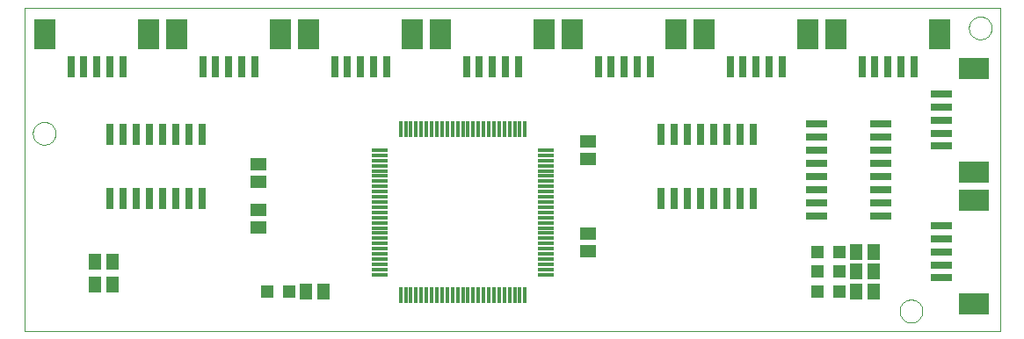
<source format=gtp>
G75*
%MOIN*%
%OFA0B0*%
%FSLAX24Y24*%
%IPPOS*%
%LPD*%
%AMOC8*
5,1,8,0,0,1.08239X$1,22.5*
%
%ADD10C,0.0000*%
%ADD11R,0.0118X0.0591*%
%ADD12R,0.0591X0.0118*%
%ADD13R,0.0512X0.0591*%
%ADD14R,0.0591X0.0512*%
%ADD15R,0.0315X0.0787*%
%ADD16R,0.0827X0.1181*%
%ADD17R,0.0787X0.0315*%
%ADD18R,0.1181X0.0827*%
%ADD19R,0.0800X0.0260*%
%ADD20R,0.0260X0.0800*%
%ADD21R,0.0472X0.0472*%
D10*
X000224Y000425D02*
X000224Y012675D01*
X037224Y012675D01*
X037224Y000425D01*
X000224Y000425D01*
X000541Y007925D02*
X000543Y007966D01*
X000549Y008007D01*
X000559Y008047D01*
X000572Y008086D01*
X000589Y008123D01*
X000610Y008159D01*
X000634Y008193D01*
X000661Y008224D01*
X000690Y008252D01*
X000723Y008278D01*
X000757Y008300D01*
X000794Y008319D01*
X000832Y008334D01*
X000872Y008346D01*
X000912Y008354D01*
X000953Y008358D01*
X000995Y008358D01*
X001036Y008354D01*
X001076Y008346D01*
X001116Y008334D01*
X001154Y008319D01*
X001190Y008300D01*
X001225Y008278D01*
X001258Y008252D01*
X001287Y008224D01*
X001314Y008193D01*
X001338Y008159D01*
X001359Y008123D01*
X001376Y008086D01*
X001389Y008047D01*
X001399Y008007D01*
X001405Y007966D01*
X001407Y007925D01*
X001405Y007884D01*
X001399Y007843D01*
X001389Y007803D01*
X001376Y007764D01*
X001359Y007727D01*
X001338Y007691D01*
X001314Y007657D01*
X001287Y007626D01*
X001258Y007598D01*
X001225Y007572D01*
X001191Y007550D01*
X001154Y007531D01*
X001116Y007516D01*
X001076Y007504D01*
X001036Y007496D01*
X000995Y007492D01*
X000953Y007492D01*
X000912Y007496D01*
X000872Y007504D01*
X000832Y007516D01*
X000794Y007531D01*
X000758Y007550D01*
X000723Y007572D01*
X000690Y007598D01*
X000661Y007626D01*
X000634Y007657D01*
X000610Y007691D01*
X000589Y007727D01*
X000572Y007764D01*
X000559Y007803D01*
X000549Y007843D01*
X000543Y007884D01*
X000541Y007925D01*
X033416Y001175D02*
X033418Y001216D01*
X033424Y001257D01*
X033434Y001297D01*
X033447Y001336D01*
X033464Y001373D01*
X033485Y001409D01*
X033509Y001443D01*
X033536Y001474D01*
X033565Y001502D01*
X033598Y001528D01*
X033632Y001550D01*
X033669Y001569D01*
X033707Y001584D01*
X033747Y001596D01*
X033787Y001604D01*
X033828Y001608D01*
X033870Y001608D01*
X033911Y001604D01*
X033951Y001596D01*
X033991Y001584D01*
X034029Y001569D01*
X034065Y001550D01*
X034100Y001528D01*
X034133Y001502D01*
X034162Y001474D01*
X034189Y001443D01*
X034213Y001409D01*
X034234Y001373D01*
X034251Y001336D01*
X034264Y001297D01*
X034274Y001257D01*
X034280Y001216D01*
X034282Y001175D01*
X034280Y001134D01*
X034274Y001093D01*
X034264Y001053D01*
X034251Y001014D01*
X034234Y000977D01*
X034213Y000941D01*
X034189Y000907D01*
X034162Y000876D01*
X034133Y000848D01*
X034100Y000822D01*
X034066Y000800D01*
X034029Y000781D01*
X033991Y000766D01*
X033951Y000754D01*
X033911Y000746D01*
X033870Y000742D01*
X033828Y000742D01*
X033787Y000746D01*
X033747Y000754D01*
X033707Y000766D01*
X033669Y000781D01*
X033633Y000800D01*
X033598Y000822D01*
X033565Y000848D01*
X033536Y000876D01*
X033509Y000907D01*
X033485Y000941D01*
X033464Y000977D01*
X033447Y001014D01*
X033434Y001053D01*
X033424Y001093D01*
X033418Y001134D01*
X033416Y001175D01*
X036041Y011925D02*
X036043Y011966D01*
X036049Y012007D01*
X036059Y012047D01*
X036072Y012086D01*
X036089Y012123D01*
X036110Y012159D01*
X036134Y012193D01*
X036161Y012224D01*
X036190Y012252D01*
X036223Y012278D01*
X036257Y012300D01*
X036294Y012319D01*
X036332Y012334D01*
X036372Y012346D01*
X036412Y012354D01*
X036453Y012358D01*
X036495Y012358D01*
X036536Y012354D01*
X036576Y012346D01*
X036616Y012334D01*
X036654Y012319D01*
X036690Y012300D01*
X036725Y012278D01*
X036758Y012252D01*
X036787Y012224D01*
X036814Y012193D01*
X036838Y012159D01*
X036859Y012123D01*
X036876Y012086D01*
X036889Y012047D01*
X036899Y012007D01*
X036905Y011966D01*
X036907Y011925D01*
X036905Y011884D01*
X036899Y011843D01*
X036889Y011803D01*
X036876Y011764D01*
X036859Y011727D01*
X036838Y011691D01*
X036814Y011657D01*
X036787Y011626D01*
X036758Y011598D01*
X036725Y011572D01*
X036691Y011550D01*
X036654Y011531D01*
X036616Y011516D01*
X036576Y011504D01*
X036536Y011496D01*
X036495Y011492D01*
X036453Y011492D01*
X036412Y011496D01*
X036372Y011504D01*
X036332Y011516D01*
X036294Y011531D01*
X036258Y011550D01*
X036223Y011572D01*
X036190Y011598D01*
X036161Y011626D01*
X036134Y011657D01*
X036110Y011691D01*
X036089Y011727D01*
X036072Y011764D01*
X036059Y011803D01*
X036049Y011843D01*
X036043Y011884D01*
X036041Y011925D01*
D11*
X019211Y008075D03*
X019014Y008075D03*
X018818Y008075D03*
X018621Y008075D03*
X018424Y008075D03*
X018227Y008075D03*
X018030Y008075D03*
X017833Y008075D03*
X017636Y008075D03*
X017440Y008075D03*
X017243Y008075D03*
X017046Y008075D03*
X016849Y008075D03*
X016652Y008075D03*
X016455Y008075D03*
X016258Y008075D03*
X016062Y008075D03*
X015865Y008075D03*
X015668Y008075D03*
X015471Y008075D03*
X015274Y008075D03*
X015077Y008075D03*
X014881Y008075D03*
X014684Y008075D03*
X014487Y008075D03*
X014487Y001775D03*
X014684Y001775D03*
X014881Y001775D03*
X015077Y001775D03*
X015274Y001775D03*
X015471Y001775D03*
X015668Y001775D03*
X015865Y001775D03*
X016062Y001775D03*
X016258Y001775D03*
X016455Y001775D03*
X016652Y001775D03*
X016849Y001775D03*
X017046Y001775D03*
X017243Y001775D03*
X017440Y001775D03*
X017636Y001775D03*
X017833Y001775D03*
X018030Y001775D03*
X018227Y001775D03*
X018424Y001775D03*
X018621Y001775D03*
X018818Y001775D03*
X019014Y001775D03*
X019211Y001775D03*
D12*
X019999Y002563D03*
X019999Y002760D03*
X019999Y002956D03*
X019999Y003153D03*
X019999Y003350D03*
X019999Y003547D03*
X019999Y003744D03*
X019999Y003941D03*
X019999Y004138D03*
X019999Y004334D03*
X019999Y004531D03*
X019999Y004728D03*
X019999Y004925D03*
X019999Y005122D03*
X019999Y005319D03*
X019999Y005516D03*
X019999Y005712D03*
X019999Y005909D03*
X019999Y006106D03*
X019999Y006303D03*
X019999Y006500D03*
X019999Y006697D03*
X019999Y006894D03*
X019999Y007090D03*
X019999Y007287D03*
X013699Y007287D03*
X013699Y007090D03*
X013699Y006894D03*
X013699Y006697D03*
X013699Y006500D03*
X013699Y006303D03*
X013699Y006106D03*
X013699Y005909D03*
X013699Y005712D03*
X013699Y005516D03*
X013699Y005319D03*
X013699Y005122D03*
X013699Y004925D03*
X013699Y004728D03*
X013699Y004531D03*
X013699Y004334D03*
X013699Y004138D03*
X013699Y003941D03*
X013699Y003744D03*
X013699Y003547D03*
X013699Y003350D03*
X013699Y003153D03*
X013699Y002956D03*
X013699Y002760D03*
X013699Y002563D03*
D13*
X011559Y001925D03*
X010889Y001925D03*
X003559Y002175D03*
X002889Y002175D03*
X002889Y003050D03*
X003559Y003050D03*
X031764Y002675D03*
X032434Y002675D03*
X032434Y001925D03*
X031764Y001925D03*
X031764Y003425D03*
X032434Y003425D03*
D14*
X021599Y003465D03*
X021599Y004135D03*
X021599Y006965D03*
X021599Y007635D03*
X009099Y006760D03*
X009099Y006090D03*
X009099Y005010D03*
X009099Y004340D03*
D15*
X008958Y010441D03*
X008466Y010441D03*
X007974Y010441D03*
X007482Y010441D03*
X006990Y010441D03*
X003958Y010441D03*
X003466Y010441D03*
X002974Y010441D03*
X002482Y010441D03*
X001990Y010441D03*
X011990Y010441D03*
X012482Y010441D03*
X012974Y010441D03*
X013466Y010441D03*
X013958Y010441D03*
X016990Y010441D03*
X017482Y010441D03*
X017974Y010441D03*
X018466Y010441D03*
X018958Y010441D03*
X021990Y010441D03*
X022482Y010441D03*
X022974Y010441D03*
X023466Y010441D03*
X023958Y010441D03*
X026990Y010441D03*
X027482Y010441D03*
X027974Y010441D03*
X028466Y010441D03*
X028958Y010441D03*
X031990Y010441D03*
X032482Y010441D03*
X032974Y010441D03*
X033466Y010441D03*
X033958Y010441D03*
D16*
X034943Y011671D03*
X031006Y011671D03*
X029943Y011671D03*
X026006Y011671D03*
X024943Y011671D03*
X021006Y011671D03*
X019943Y011671D03*
X016006Y011671D03*
X014943Y011671D03*
X011006Y011671D03*
X009943Y011671D03*
X006006Y011671D03*
X004943Y011671D03*
X001006Y011671D03*
D17*
X034990Y009409D03*
X034990Y008917D03*
X034990Y008425D03*
X034990Y007933D03*
X034990Y007441D03*
X034990Y004409D03*
X034990Y003917D03*
X034990Y003425D03*
X034990Y002933D03*
X034990Y002441D03*
D18*
X036220Y001456D03*
X036220Y005394D03*
X036220Y006456D03*
X036220Y010394D03*
D19*
X032684Y008300D03*
X032684Y007800D03*
X032684Y007300D03*
X032684Y006800D03*
X032684Y006300D03*
X032684Y005800D03*
X032684Y005300D03*
X032684Y004800D03*
X030264Y004800D03*
X030264Y005300D03*
X030264Y005800D03*
X030264Y006300D03*
X030264Y006800D03*
X030264Y007300D03*
X030264Y007800D03*
X030264Y008300D03*
D20*
X027849Y007885D03*
X027349Y007885D03*
X026849Y007885D03*
X026349Y007885D03*
X025849Y007885D03*
X025349Y007885D03*
X024849Y007885D03*
X024349Y007885D03*
X024349Y005465D03*
X024849Y005465D03*
X025349Y005465D03*
X025849Y005465D03*
X026349Y005465D03*
X026849Y005465D03*
X027349Y005465D03*
X027849Y005465D03*
X006974Y005465D03*
X006474Y005465D03*
X005974Y005465D03*
X005474Y005465D03*
X004974Y005465D03*
X004474Y005465D03*
X003974Y005465D03*
X003474Y005465D03*
X003474Y007885D03*
X003974Y007885D03*
X004474Y007885D03*
X004974Y007885D03*
X005474Y007885D03*
X005974Y007885D03*
X006474Y007885D03*
X006974Y007885D03*
D21*
X009436Y001925D03*
X010262Y001925D03*
X030311Y001925D03*
X031137Y001925D03*
X031137Y002675D03*
X030311Y002675D03*
X030311Y003425D03*
X031137Y003425D03*
M02*

</source>
